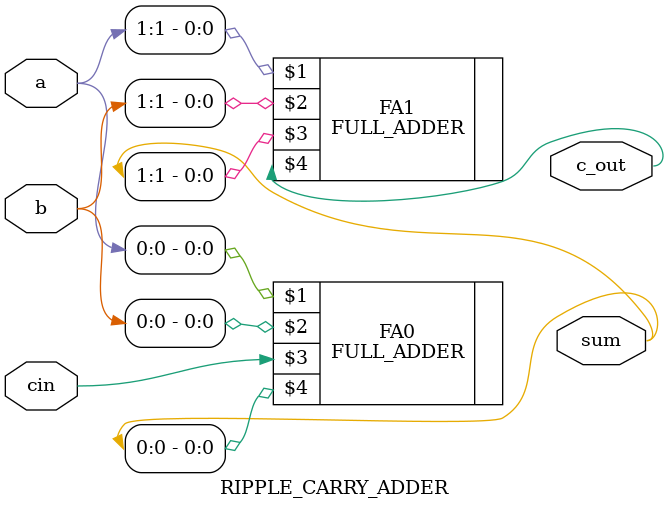
<source format=v>
module RIPPLE_CARRY_ADDER(
	input[1:0]a,b,
	input cin,
	output[1:0]sum,
	output c_out
);
wire c1;

FULL_ADDER FA0(a[0],b[0], cin, sum[0]);
FULL_ADDER FA1(a[1],b[1], sum[1], c_out);
endmodule

</source>
